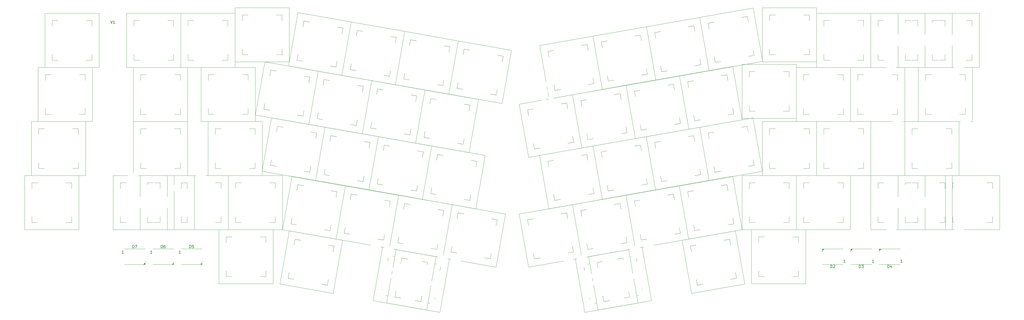
<source format=gbr>
G04 #@! TF.GenerationSoftware,KiCad,Pcbnew,(5.99.0-2612-g32a7d0025-dirty)*
G04 #@! TF.CreationDate,2020-08-15T16:38:39+02:00*
G04 #@! TF.ProjectId,BMEK_Solder,424d454b-5f53-46f6-9c64-65722e6b6963,1*
G04 #@! TF.SameCoordinates,Original*
G04 #@! TF.FileFunction,Legend,Top*
G04 #@! TF.FilePolarity,Positive*
%FSLAX46Y46*%
G04 Gerber Fmt 4.6, Leading zero omitted, Abs format (unit mm)*
G04 Created by KiCad (PCBNEW (5.99.0-2612-g32a7d0025-dirty)) date 2020-08-15 16:38:39*
%MOMM*%
%LPD*%
G01*
G04 APERTURE LIST*
%ADD10C,0.150000*%
%ADD11C,0.120000*%
%ADD12C,0.100000*%
%ADD13C,2.250000*%
%ADD14C,3.987800*%
%ADD15C,1.750000*%
%ADD16C,3.348000*%
%ADD17C,4.287800*%
%ADD18R,1.500000X1.000000*%
%ADD19C,3.800000*%
%ADD20C,6.500000*%
%ADD21C,5.350000*%
%ADD22C,9.000000*%
%ADD23O,1.000000X1.600000*%
%ADD24O,1.000000X2.100000*%
%ADD25C,0.650000*%
G04 APERTURE END LIST*
D10*
X57721904Y-101092380D02*
X57721904Y-100092380D01*
X57960000Y-100092380D01*
X58102857Y-100140000D01*
X58198095Y-100235238D01*
X58245714Y-100330476D01*
X58293333Y-100520952D01*
X58293333Y-100663809D01*
X58245714Y-100854285D01*
X58198095Y-100949523D01*
X58102857Y-101044761D01*
X57960000Y-101092380D01*
X57721904Y-101092380D01*
X58626666Y-100092380D02*
X59293333Y-100092380D01*
X58864761Y-101092380D01*
X54595714Y-102992380D02*
X54024285Y-102992380D01*
X54310000Y-102992380D02*
X54310000Y-101992380D01*
X54214761Y-102135238D01*
X54119523Y-102230476D01*
X54024285Y-102278095D01*
X302974404Y-108092380D02*
X302974404Y-107092380D01*
X303212500Y-107092380D01*
X303355357Y-107140000D01*
X303450595Y-107235238D01*
X303498214Y-107330476D01*
X303545833Y-107520952D01*
X303545833Y-107663809D01*
X303498214Y-107854285D01*
X303450595Y-107949523D01*
X303355357Y-108044761D01*
X303212500Y-108092380D01*
X302974404Y-108092380D01*
X303926785Y-107187619D02*
X303974404Y-107140000D01*
X304069642Y-107092380D01*
X304307738Y-107092380D01*
X304402976Y-107140000D01*
X304450595Y-107187619D01*
X304498214Y-107282857D01*
X304498214Y-107378095D01*
X304450595Y-107520952D01*
X303879166Y-108092380D01*
X304498214Y-108092380D01*
X308148214Y-106192380D02*
X307576785Y-106192380D01*
X307862500Y-106192380D02*
X307862500Y-105192380D01*
X307767261Y-105335238D01*
X307672023Y-105430476D01*
X307576785Y-105478095D01*
X77721904Y-101092380D02*
X77721904Y-100092380D01*
X77960000Y-100092380D01*
X78102857Y-100140000D01*
X78198095Y-100235238D01*
X78245714Y-100330476D01*
X78293333Y-100520952D01*
X78293333Y-100663809D01*
X78245714Y-100854285D01*
X78198095Y-100949523D01*
X78102857Y-101044761D01*
X77960000Y-101092380D01*
X77721904Y-101092380D01*
X79198095Y-100092380D02*
X78721904Y-100092380D01*
X78674285Y-100568571D01*
X78721904Y-100520952D01*
X78817142Y-100473333D01*
X79055238Y-100473333D01*
X79150476Y-100520952D01*
X79198095Y-100568571D01*
X79245714Y-100663809D01*
X79245714Y-100901904D01*
X79198095Y-100997142D01*
X79150476Y-101044761D01*
X79055238Y-101092380D01*
X78817142Y-101092380D01*
X78721904Y-101044761D01*
X78674285Y-100997142D01*
X74595714Y-102992380D02*
X74024285Y-102992380D01*
X74310000Y-102992380D02*
X74310000Y-101992380D01*
X74214761Y-102135238D01*
X74119523Y-102230476D01*
X74024285Y-102278095D01*
X322974404Y-108092380D02*
X322974404Y-107092380D01*
X323212500Y-107092380D01*
X323355357Y-107140000D01*
X323450595Y-107235238D01*
X323498214Y-107330476D01*
X323545833Y-107520952D01*
X323545833Y-107663809D01*
X323498214Y-107854285D01*
X323450595Y-107949523D01*
X323355357Y-108044761D01*
X323212500Y-108092380D01*
X322974404Y-108092380D01*
X324402976Y-107425714D02*
X324402976Y-108092380D01*
X324164880Y-107044761D02*
X323926785Y-107759047D01*
X324545833Y-107759047D01*
X328148214Y-106192380D02*
X327576785Y-106192380D01*
X327862500Y-106192380D02*
X327862500Y-105192380D01*
X327767261Y-105335238D01*
X327672023Y-105430476D01*
X327576785Y-105478095D01*
X312974404Y-108092380D02*
X312974404Y-107092380D01*
X313212500Y-107092380D01*
X313355357Y-107140000D01*
X313450595Y-107235238D01*
X313498214Y-107330476D01*
X313545833Y-107520952D01*
X313545833Y-107663809D01*
X313498214Y-107854285D01*
X313450595Y-107949523D01*
X313355357Y-108044761D01*
X313212500Y-108092380D01*
X312974404Y-108092380D01*
X313879166Y-107092380D02*
X314498214Y-107092380D01*
X314164880Y-107473333D01*
X314307738Y-107473333D01*
X314402976Y-107520952D01*
X314450595Y-107568571D01*
X314498214Y-107663809D01*
X314498214Y-107901904D01*
X314450595Y-107997142D01*
X314402976Y-108044761D01*
X314307738Y-108092380D01*
X314022023Y-108092380D01*
X313926785Y-108044761D01*
X313879166Y-107997142D01*
X318148214Y-106192380D02*
X317576785Y-106192380D01*
X317862500Y-106192380D02*
X317862500Y-105192380D01*
X317767261Y-105335238D01*
X317672023Y-105430476D01*
X317576785Y-105478095D01*
X49990476Y-21042380D02*
X50323809Y-22042380D01*
X50657142Y-21042380D01*
X51514285Y-22042380D02*
X50942857Y-22042380D01*
X51228571Y-22042380D02*
X51228571Y-21042380D01*
X51133333Y-21185238D01*
X51038095Y-21280476D01*
X50942857Y-21328095D01*
X67721904Y-101092380D02*
X67721904Y-100092380D01*
X67960000Y-100092380D01*
X68102857Y-100140000D01*
X68198095Y-100235238D01*
X68245714Y-100330476D01*
X68293333Y-100520952D01*
X68293333Y-100663809D01*
X68245714Y-100854285D01*
X68198095Y-100949523D01*
X68102857Y-101044761D01*
X67960000Y-101092380D01*
X67721904Y-101092380D01*
X69150476Y-100092380D02*
X68960000Y-100092380D01*
X68864761Y-100140000D01*
X68817142Y-100187619D01*
X68721904Y-100330476D01*
X68674285Y-100520952D01*
X68674285Y-100901904D01*
X68721904Y-100997142D01*
X68769523Y-101044761D01*
X68864761Y-101092380D01*
X69055238Y-101092380D01*
X69150476Y-101044761D01*
X69198095Y-100997142D01*
X69245714Y-100901904D01*
X69245714Y-100663809D01*
X69198095Y-100568571D01*
X69150476Y-100520952D01*
X69055238Y-100473333D01*
X68864761Y-100473333D01*
X68769523Y-100520952D01*
X68721904Y-100568571D01*
X68674285Y-100663809D01*
X64595714Y-102992380D02*
X64024285Y-102992380D01*
X64310000Y-102992380D02*
X64310000Y-101992380D01*
X64214761Y-102135238D01*
X64119523Y-102230476D01*
X64024285Y-102278095D01*
D11*
X175898845Y-67479792D02*
X157138257Y-64171794D01*
X174263235Y-50426696D02*
X176264365Y-50779549D01*
X160433588Y-60110319D02*
X160080735Y-62111449D01*
X160080735Y-62111449D02*
X162081865Y-62464302D01*
X162153747Y-50354814D02*
X162506600Y-48353684D01*
X173838500Y-64537314D02*
X174191353Y-62536184D01*
X162506600Y-48353684D02*
X164507730Y-48706537D01*
X171837370Y-64184461D02*
X173838500Y-64537314D01*
X176264365Y-50779549D02*
X175911512Y-52780679D01*
X157138257Y-64171794D02*
X160446255Y-45411206D01*
X179206843Y-48719204D02*
X175898845Y-67479792D01*
X160446255Y-45411206D02*
X179206843Y-48719204D01*
X38834552Y-94615000D02*
X19784552Y-94615000D01*
X34262552Y-78105000D02*
X36294552Y-78105000D01*
X22324552Y-90043000D02*
X22324552Y-92075000D01*
X22324552Y-92075000D02*
X24356552Y-92075000D01*
X22324552Y-80137000D02*
X22324552Y-78105000D01*
X36294552Y-92075000D02*
X36294552Y-90043000D01*
X22324552Y-78105000D02*
X24356552Y-78105000D01*
X34262552Y-92075000D02*
X36294552Y-92075000D01*
X36294552Y-78105000D02*
X36294552Y-80137000D01*
X19784552Y-94615000D02*
X19784552Y-75565000D01*
X38834552Y-75565000D02*
X38834552Y-94615000D01*
X19784552Y-75565000D02*
X38834552Y-75565000D01*
X241473743Y-80626294D02*
X222713155Y-83934292D01*
X234104270Y-65161037D02*
X236105400Y-64808184D01*
X224420647Y-78990684D02*
X224773500Y-80991814D01*
X224773500Y-80991814D02*
X226774630Y-80638961D01*
X222700488Y-69235179D02*
X222347635Y-67234049D01*
X238531265Y-78565949D02*
X238178412Y-76564819D01*
X222347635Y-67234049D02*
X224348765Y-66881196D01*
X236530135Y-78918802D02*
X238531265Y-78565949D01*
X236105400Y-64808184D02*
X236458253Y-66809314D01*
X222713155Y-83934292D02*
X219405157Y-65173704D01*
X238165745Y-61865706D02*
X241473743Y-80626294D01*
X219405157Y-65173704D02*
X238165745Y-61865706D01*
X168769345Y-46878793D02*
X150008757Y-43570795D01*
X167133735Y-29825697D02*
X169134865Y-30178550D01*
X153304088Y-39509320D02*
X152951235Y-41510450D01*
X152951235Y-41510450D02*
X154952365Y-41863303D01*
X155024247Y-29753815D02*
X155377100Y-27752685D01*
X166709000Y-43936315D02*
X167061853Y-41935185D01*
X155377100Y-27752685D02*
X157378230Y-28105538D01*
X164707870Y-43583462D02*
X166709000Y-43936315D01*
X169134865Y-30178550D02*
X168782012Y-32179680D01*
X150008757Y-43570795D02*
X153316755Y-24810207D01*
X172077343Y-28118205D02*
X168769345Y-46878793D01*
X153316755Y-24810207D02*
X172077343Y-28118205D01*
X215582743Y-65847695D02*
X196822155Y-69155693D01*
X208213270Y-50382438D02*
X210214400Y-50029585D01*
X198529647Y-64212085D02*
X198882500Y-66213215D01*
X198882500Y-66213215D02*
X200883630Y-65860362D01*
X196809488Y-54456580D02*
X196456635Y-52455450D01*
X212640265Y-63787350D02*
X212287412Y-61786220D01*
X196456635Y-52455450D02*
X198457765Y-52102597D01*
X210639135Y-64140203D02*
X212640265Y-63787350D01*
X210214400Y-50029585D02*
X210567253Y-52030715D01*
X196822155Y-69155693D02*
X193514157Y-50395105D01*
X212274745Y-47087107D02*
X215582743Y-65847695D01*
X193514157Y-50395105D02*
X212274745Y-47087107D01*
X234323343Y-101230994D02*
X215562755Y-104538992D01*
X226953870Y-85765737D02*
X228955000Y-85412884D01*
X217270247Y-99595384D02*
X217623100Y-101596514D01*
X217623100Y-101596514D02*
X219624230Y-101243661D01*
X215550088Y-89839879D02*
X215197235Y-87838749D01*
X231380865Y-99170649D02*
X231028012Y-97169519D01*
X215197235Y-87838749D02*
X217198365Y-87485896D01*
X229379735Y-99523502D02*
X231380865Y-99170649D01*
X228955000Y-85412884D02*
X229307853Y-87414014D01*
X215562755Y-104538992D02*
X212254757Y-85778404D01*
X231015345Y-82470406D02*
X234323343Y-101230994D01*
X212254757Y-85778404D02*
X231015345Y-82470406D01*
X128178795Y-117097093D02*
X109418207Y-113789095D01*
X126543185Y-100043997D02*
X128544315Y-100396850D01*
X112713538Y-109727620D02*
X112360685Y-111728750D01*
X112360685Y-111728750D02*
X114361815Y-112081603D01*
X114433697Y-99972115D02*
X114786550Y-97970985D01*
X126118450Y-114154615D02*
X126471303Y-112153485D01*
X114786550Y-97970985D02*
X116787680Y-98323838D01*
X124117320Y-113801762D02*
X126118450Y-114154615D01*
X128544315Y-100396850D02*
X128191462Y-102397980D01*
X109418207Y-113789095D02*
X112726205Y-95028507D01*
X131486793Y-98336505D02*
X128178795Y-117097093D01*
X112726205Y-95028507D02*
X131486793Y-98336505D01*
X147902345Y-101230993D02*
X129141757Y-97922995D01*
X146266735Y-84177897D02*
X148267865Y-84530750D01*
X132437088Y-93861520D02*
X132084235Y-95862650D01*
X132084235Y-95862650D02*
X134085365Y-96215503D01*
X134157247Y-84106015D02*
X134510100Y-82104885D01*
X145842000Y-98288515D02*
X146194853Y-96287385D01*
X134510100Y-82104885D02*
X136511230Y-82457738D01*
X143840870Y-97935662D02*
X145842000Y-98288515D01*
X148267865Y-84530750D02*
X147915012Y-86531880D01*
X129141757Y-97922995D02*
X132449755Y-79162407D01*
X151210343Y-82470405D02*
X147902345Y-101230993D01*
X132449755Y-79162407D02*
X151210343Y-82470405D01*
X298038050Y-35524800D02*
X278988050Y-35524800D01*
X293466050Y-19014800D02*
X295498050Y-19014800D01*
X281528050Y-30952800D02*
X281528050Y-32984800D01*
X281528050Y-32984800D02*
X283560050Y-32984800D01*
X281528050Y-21046800D02*
X281528050Y-19014800D01*
X295498050Y-32984800D02*
X295498050Y-30952800D01*
X281528050Y-19014800D02*
X283560050Y-19014800D01*
X293466050Y-32984800D02*
X295498050Y-32984800D01*
X295498050Y-19014800D02*
X295498050Y-21046800D01*
X278988050Y-35524800D02*
X278988050Y-16474800D01*
X298038050Y-16474800D02*
X298038050Y-35524800D01*
X278988050Y-16474800D02*
X298038050Y-16474800D01*
X355188051Y-37465000D02*
X336138051Y-37465000D01*
X350616051Y-20955000D02*
X352648051Y-20955000D01*
X338678051Y-32893000D02*
X338678051Y-34925000D01*
X338678051Y-34925000D02*
X340710051Y-34925000D01*
X338678051Y-22987000D02*
X338678051Y-20955000D01*
X352648051Y-34925000D02*
X352648051Y-32893000D01*
X338678051Y-20955000D02*
X340710051Y-20955000D01*
X350616051Y-34925000D02*
X352648051Y-34925000D01*
X352648051Y-20955000D02*
X352648051Y-22987000D01*
X336138051Y-37465000D02*
X336138051Y-18415000D01*
X355188051Y-18415000D02*
X355188051Y-37465000D01*
X336138051Y-18415000D02*
X355188051Y-18415000D01*
X336138250Y-94615000D02*
X317088250Y-94615000D01*
X331566250Y-78105000D02*
X333598250Y-78105000D01*
X319628250Y-90043000D02*
X319628250Y-92075000D01*
X319628250Y-92075000D02*
X321660250Y-92075000D01*
X319628250Y-80137000D02*
X319628250Y-78105000D01*
X333598250Y-92075000D02*
X333598250Y-90043000D01*
X319628250Y-78105000D02*
X321660250Y-78105000D01*
X331566250Y-92075000D02*
X333598250Y-92075000D01*
X333598250Y-78105000D02*
X333598250Y-80137000D01*
X317088250Y-94615000D02*
X317088250Y-75565000D01*
X336138250Y-75565000D02*
X336138250Y-94615000D01*
X317088250Y-75565000D02*
X336138250Y-75565000D01*
X272807393Y-113789094D02*
X254046805Y-117097092D01*
X265437920Y-98323837D02*
X267439050Y-97970984D01*
X255754297Y-112153484D02*
X256107150Y-114154614D01*
X256107150Y-114154614D02*
X258108280Y-113801761D01*
X254034138Y-102397979D02*
X253681285Y-100396849D01*
X269864915Y-111728749D02*
X269512062Y-109727619D01*
X253681285Y-100396849D02*
X255682415Y-100043996D01*
X267863785Y-112081602D02*
X269864915Y-111728749D01*
X267439050Y-97970984D02*
X267791903Y-99972114D01*
X254046805Y-117097092D02*
X250738807Y-98336504D01*
X269499395Y-95028506D02*
X272807393Y-113789094D01*
X250738807Y-98336504D02*
X269499395Y-95028506D01*
X129141745Y-97922993D02*
X110381157Y-94614995D01*
X127506135Y-80869897D02*
X129507265Y-81222750D01*
X113676488Y-90553520D02*
X113323635Y-92554650D01*
X113323635Y-92554650D02*
X115324765Y-92907503D01*
X115396647Y-80798015D02*
X115749500Y-78796885D01*
X127081400Y-94980515D02*
X127434253Y-92979385D01*
X115749500Y-78796885D02*
X117750630Y-79149738D01*
X125080270Y-94627662D02*
X127081400Y-94980515D01*
X129507265Y-81222750D02*
X129154412Y-83223880D01*
X110381157Y-94614995D02*
X113689155Y-75854407D01*
X132449743Y-79162405D02*
X129141745Y-97922993D01*
X113689155Y-75854407D02*
X132449743Y-79162405D01*
X241518443Y-41930595D02*
X222757855Y-45238593D01*
X234148970Y-26465338D02*
X236150100Y-26112485D01*
X224465347Y-40294985D02*
X224818200Y-42296115D01*
X224818200Y-42296115D02*
X226819330Y-41943262D01*
X222745188Y-30539480D02*
X222392335Y-28538350D01*
X238575965Y-39870250D02*
X238223112Y-37869120D01*
X222392335Y-28538350D02*
X224393465Y-28185497D01*
X236574835Y-40223103D02*
X238575965Y-39870250D01*
X236150100Y-26112485D02*
X236502953Y-28113615D01*
X222757855Y-45238593D02*
X219449857Y-26478005D01*
X238210445Y-23170007D02*
X241518443Y-41930595D01*
X219449857Y-26478005D02*
X238210445Y-23170007D01*
X317088051Y-37465000D02*
X298038051Y-37465000D01*
X312516051Y-20955000D02*
X314548051Y-20955000D01*
X300578051Y-32893000D02*
X300578051Y-34925000D01*
X300578051Y-34925000D02*
X302610051Y-34925000D01*
X300578051Y-22987000D02*
X300578051Y-20955000D01*
X314548051Y-34925000D02*
X314548051Y-32893000D01*
X300578051Y-20955000D02*
X302610051Y-20955000D01*
X312516051Y-34925000D02*
X314548051Y-34925000D01*
X314548051Y-20955000D02*
X314548051Y-22987000D01*
X298038051Y-37465000D02*
X298038051Y-18415000D01*
X317088051Y-18415000D02*
X317088051Y-37465000D01*
X298038051Y-18415000D02*
X317088051Y-18415000D01*
X290894450Y-94614999D02*
X271844450Y-94614999D01*
X286322450Y-78104999D02*
X288354450Y-78104999D01*
X274384450Y-90042999D02*
X274384450Y-92074999D01*
X274384450Y-92074999D02*
X276416450Y-92074999D01*
X274384450Y-80136999D02*
X274384450Y-78104999D01*
X288354450Y-92074999D02*
X288354450Y-90042999D01*
X274384450Y-78104999D02*
X276416450Y-78104999D01*
X286322450Y-92074999D02*
X288354450Y-92074999D01*
X288354450Y-78104999D02*
X288354450Y-80136999D01*
X271844450Y-94614999D02*
X271844450Y-75564999D01*
X290894450Y-75564999D02*
X290894450Y-94614999D01*
X271844450Y-75564999D02*
X290894450Y-75564999D01*
X260279044Y-38622594D02*
X241518456Y-41930592D01*
X252909571Y-23157337D02*
X254910701Y-22804484D01*
X243225948Y-36986984D02*
X243578801Y-38988114D01*
X243578801Y-38988114D02*
X245579931Y-38635261D01*
X241505789Y-27231479D02*
X241152936Y-25230349D01*
X257336566Y-36562249D02*
X256983713Y-34561119D01*
X241152936Y-25230349D02*
X243154066Y-24877496D01*
X255335436Y-36915102D02*
X257336566Y-36562249D01*
X254910701Y-22804484D02*
X255263554Y-24805614D01*
X241518456Y-41930592D02*
X238210458Y-23170004D01*
X256971046Y-19862006D02*
X260279044Y-38622594D01*
X238210458Y-23170004D02*
X256971046Y-19862006D01*
X222713143Y-83934295D02*
X203952555Y-87242293D01*
X215343670Y-68469038D02*
X217344800Y-68116185D01*
X205660047Y-82298685D02*
X206012900Y-84299815D01*
X206012900Y-84299815D02*
X208014030Y-83946962D01*
X203939888Y-72543180D02*
X203587035Y-70542050D01*
X219770665Y-81873950D02*
X219417812Y-79872820D01*
X203587035Y-70542050D02*
X205588165Y-70189197D01*
X217769535Y-82226803D02*
X219770665Y-81873950D01*
X217344800Y-68116185D02*
X217697653Y-70117315D01*
X203952555Y-87242293D02*
X200644557Y-68481705D01*
X219405145Y-65173707D02*
X222713143Y-83934295D01*
X200644557Y-68481705D02*
X219405145Y-65173707D01*
X317088150Y-75565000D02*
X298038150Y-75565000D01*
X312516150Y-59055000D02*
X314548150Y-59055000D01*
X300578150Y-70993000D02*
X300578150Y-73025000D01*
X300578150Y-73025000D02*
X302610150Y-73025000D01*
X300578150Y-61087000D02*
X300578150Y-59055000D01*
X314548150Y-73025000D02*
X314548150Y-70993000D01*
X300578150Y-59055000D02*
X302610150Y-59055000D01*
X312516150Y-73025000D02*
X314548150Y-73025000D01*
X314548150Y-59055000D02*
X314548150Y-61087000D01*
X298038150Y-75565000D02*
X298038150Y-56515000D01*
X317088150Y-56515000D02*
X317088150Y-75565000D01*
X298038150Y-56515000D02*
X317088150Y-56515000D01*
X215562743Y-104538995D02*
X196802155Y-107846993D01*
X208193270Y-89073738D02*
X210194400Y-88720885D01*
X198509647Y-102903385D02*
X198862500Y-104904515D01*
X198862500Y-104904515D02*
X200863630Y-104551662D01*
X196789488Y-93147880D02*
X196436635Y-91146750D01*
X212620265Y-102478650D02*
X212267412Y-100477520D01*
X196436635Y-91146750D02*
X198437765Y-90793897D01*
X210619135Y-102831503D02*
X212620265Y-102478650D01*
X210194400Y-88720885D02*
X210547253Y-90722015D01*
X196802155Y-107846993D02*
X193494157Y-89086405D01*
X212254745Y-85778407D02*
X215562743Y-104538995D01*
X193494157Y-89086405D02*
X212254745Y-85778407D01*
X290894350Y-55454500D02*
X271844350Y-55454500D01*
X286322350Y-38944500D02*
X288354350Y-38944500D01*
X274384350Y-50882500D02*
X274384350Y-52914500D01*
X274384350Y-52914500D02*
X276416350Y-52914500D01*
X274384350Y-40976500D02*
X274384350Y-38944500D01*
X288354350Y-52914500D02*
X288354350Y-50882500D01*
X274384350Y-38944500D02*
X276416350Y-38944500D01*
X286322350Y-52914500D02*
X288354350Y-52914500D01*
X288354350Y-38944500D02*
X288354350Y-40976500D01*
X271844350Y-55454500D02*
X271844350Y-36404500D01*
X290894350Y-36404500D02*
X290894350Y-55454500D01*
X271844350Y-36404500D02*
X290894350Y-36404500D01*
X348044401Y-75565000D02*
X328994401Y-75565000D01*
X343472401Y-59055000D02*
X345504401Y-59055000D01*
X331534401Y-70993000D02*
X331534401Y-73025000D01*
X331534401Y-73025000D02*
X333566401Y-73025000D01*
X331534401Y-61087000D02*
X331534401Y-59055000D01*
X345504401Y-73025000D02*
X345504401Y-70993000D01*
X331534401Y-59055000D02*
X333566401Y-59055000D01*
X343472401Y-73025000D02*
X345504401Y-73025000D01*
X345504401Y-59055000D02*
X345504401Y-61087000D01*
X328994401Y-75565000D02*
X328994401Y-56515000D01*
X348044401Y-56515000D02*
X348044401Y-75565000D01*
X328994401Y-56515000D02*
X348044401Y-56515000D01*
X309944450Y-94615000D02*
X290894450Y-94615000D01*
X305372450Y-78105000D02*
X307404450Y-78105000D01*
X293434450Y-90043000D02*
X293434450Y-92075000D01*
X293434450Y-92075000D02*
X295466450Y-92075000D01*
X293434450Y-80137000D02*
X293434450Y-78105000D01*
X307404450Y-92075000D02*
X307404450Y-90043000D01*
X293434450Y-78105000D02*
X295466450Y-78105000D01*
X305372450Y-92075000D02*
X307404450Y-92075000D01*
X307404450Y-78105000D02*
X307404450Y-80137000D01*
X290894450Y-94615000D02*
X290894450Y-75565000D01*
X309944450Y-75565000D02*
X309944450Y-94615000D01*
X290894450Y-75565000D02*
X309944450Y-75565000D01*
X294202450Y-113665000D02*
X275152450Y-113665000D01*
X289630450Y-97155000D02*
X291662450Y-97155000D01*
X277692450Y-109093000D02*
X277692450Y-111125000D01*
X277692450Y-111125000D02*
X279724450Y-111125000D01*
X277692450Y-99187000D02*
X277692450Y-97155000D01*
X291662450Y-111125000D02*
X291662450Y-109093000D01*
X277692450Y-97155000D02*
X279724450Y-97155000D01*
X289630450Y-111125000D02*
X291662450Y-111125000D01*
X291662450Y-97155000D02*
X291662450Y-99187000D01*
X275152450Y-113665000D02*
X275152450Y-94615000D01*
X294202450Y-94615000D02*
X294202450Y-113665000D01*
X275152450Y-94615000D02*
X294202450Y-94615000D01*
X234343344Y-62539695D02*
X215582756Y-65847693D01*
X226973871Y-47074438D02*
X228975001Y-46721585D01*
X217290248Y-60904085D02*
X217643101Y-62905215D01*
X217643101Y-62905215D02*
X219644231Y-62552362D01*
X215570089Y-51148580D02*
X215217236Y-49147450D01*
X231400866Y-60479350D02*
X231048013Y-58478220D01*
X215217236Y-49147450D02*
X217218366Y-48794597D01*
X229399736Y-60832203D02*
X231400866Y-60479350D01*
X228975001Y-46721585D02*
X229327854Y-48722715D01*
X215582756Y-65847693D02*
X212274758Y-47087105D01*
X231035346Y-43779107D02*
X234343344Y-62539695D01*
X212274758Y-47087105D02*
X231035346Y-43779107D01*
X100856250Y-56515000D02*
X81806250Y-56515000D01*
X96284250Y-40005000D02*
X98316250Y-40005000D01*
X84346250Y-51943000D02*
X84346250Y-53975000D01*
X84346250Y-53975000D02*
X86378250Y-53975000D01*
X84346250Y-42037000D02*
X84346250Y-40005000D01*
X98316250Y-53975000D02*
X98316250Y-51943000D01*
X84346250Y-40005000D02*
X86378250Y-40005000D01*
X96284250Y-53975000D02*
X98316250Y-53975000D01*
X98316250Y-40005000D02*
X98316250Y-42037000D01*
X81806250Y-56515000D02*
X81806250Y-37465000D01*
X100856250Y-37465000D02*
X100856250Y-56515000D01*
X81806250Y-37465000D02*
X100856250Y-37465000D01*
X271864544Y-55923694D02*
X253103956Y-59231692D01*
X264495071Y-40458437D02*
X266496201Y-40105584D01*
X254811448Y-54288084D02*
X255164301Y-56289214D01*
X255164301Y-56289214D02*
X257165431Y-55936361D01*
X253091289Y-44532579D02*
X252738436Y-42531449D01*
X268922066Y-53863349D02*
X268569213Y-51862219D01*
X252738436Y-42531449D02*
X254739566Y-42178596D01*
X266920936Y-54216202D02*
X268922066Y-53863349D01*
X266496201Y-40105584D02*
X266849054Y-42106714D01*
X253103956Y-59231692D02*
X249795958Y-40471104D01*
X268556546Y-37163106D02*
X271864544Y-55923694D01*
X249795958Y-40471104D02*
X268556546Y-37163106D01*
X279039643Y-35314596D02*
X260279055Y-38622594D01*
X271670170Y-19849339D02*
X273671300Y-19496486D01*
X261986547Y-33678986D02*
X262339400Y-35680116D01*
X262339400Y-35680116D02*
X264340530Y-35327263D01*
X260266388Y-23923481D02*
X259913535Y-21922351D01*
X276097165Y-33254251D02*
X275744312Y-31253121D01*
X259913535Y-21922351D02*
X261914665Y-21569498D01*
X274096035Y-33607104D02*
X276097165Y-33254251D01*
X273671300Y-19496486D02*
X274024153Y-21497616D01*
X260279055Y-38622594D02*
X256971057Y-19862006D01*
X275731645Y-16554008D02*
X279039643Y-35314596D01*
X256971057Y-19862006D02*
X275731645Y-16554008D01*
X79424900Y-94615000D02*
X60374900Y-94615000D01*
X74852900Y-78105000D02*
X76884900Y-78105000D01*
X62914900Y-90043000D02*
X62914900Y-92075000D01*
X62914900Y-92075000D02*
X64946900Y-92075000D01*
X62914900Y-80137000D02*
X62914900Y-78105000D01*
X76884900Y-92075000D02*
X76884900Y-90043000D01*
X62914900Y-78105000D02*
X64946900Y-78105000D01*
X74852900Y-92075000D02*
X76884900Y-92075000D01*
X76884900Y-78105000D02*
X76884900Y-80137000D01*
X60374900Y-94615000D02*
X60374900Y-75565000D01*
X79424900Y-75565000D02*
X79424900Y-94615000D01*
X60374900Y-75565000D02*
X79424900Y-75565000D01*
X41215852Y-75565000D02*
X22165852Y-75565000D01*
X36643852Y-59055000D02*
X38675852Y-59055000D01*
X24705852Y-70993000D02*
X24705852Y-73025000D01*
X24705852Y-73025000D02*
X26737852Y-73025000D01*
X24705852Y-61087000D02*
X24705852Y-59055000D01*
X38675852Y-73025000D02*
X38675852Y-70993000D01*
X24705852Y-59055000D02*
X26737852Y-59055000D01*
X36643852Y-73025000D02*
X38675852Y-73025000D01*
X38675852Y-59055000D02*
X38675852Y-61087000D01*
X22165852Y-75565000D02*
X22165852Y-56515000D01*
X41215852Y-56515000D02*
X41215852Y-75565000D01*
X22165852Y-56515000D02*
X41215852Y-56515000D01*
G36*
X62092200Y-106883200D02*
G01*
X61482600Y-106883200D01*
X62092200Y-106273600D01*
X62092200Y-106883200D01*
G37*
D12*
X62092200Y-106883200D02*
X61482600Y-106883200D01*
X62092200Y-106273600D01*
X62092200Y-106883200D01*
D11*
X62110000Y-106890000D02*
X62110000Y-105740000D01*
X54810000Y-106890000D02*
X62110000Y-106890000D01*
X54810000Y-101390000D02*
X62110000Y-101390000D01*
X43597152Y-56515000D02*
X24547152Y-56515000D01*
X39025152Y-40005000D02*
X41057152Y-40005000D01*
X27087152Y-51943000D02*
X27087152Y-53975000D01*
X27087152Y-53975000D02*
X29119152Y-53975000D01*
X27087152Y-42037000D02*
X27087152Y-40005000D01*
X41057152Y-53975000D02*
X41057152Y-51943000D01*
X27087152Y-40005000D02*
X29119152Y-40005000D01*
X39025152Y-53975000D02*
X41057152Y-53975000D01*
X41057152Y-40005000D02*
X41057152Y-42037000D01*
X24547152Y-56515000D02*
X24547152Y-37465000D01*
X43597152Y-37465000D02*
X43597152Y-56515000D01*
X24547152Y-37465000D02*
X43597152Y-37465000D01*
X253083943Y-97922994D02*
X234323355Y-101230992D01*
X245714470Y-82457737D02*
X247715600Y-82104884D01*
X236030847Y-96287384D02*
X236383700Y-98288514D01*
X236383700Y-98288514D02*
X238384830Y-97935661D01*
X234310688Y-86531879D02*
X233957835Y-84530749D01*
X250141465Y-95862649D02*
X249788612Y-93861519D01*
X233957835Y-84530749D02*
X235958965Y-84177896D01*
X248140335Y-96215502D02*
X250141465Y-95862649D01*
X247715600Y-82104884D02*
X248068453Y-84106014D01*
X234323355Y-101230992D02*
X231015357Y-82470404D01*
X249775945Y-79162406D02*
X253083943Y-97922994D01*
X231015357Y-82470404D02*
X249775945Y-79162406D01*
X328994350Y-56515000D02*
X309944350Y-56515000D01*
X324422350Y-40005000D02*
X326454350Y-40005000D01*
X312484350Y-51943000D02*
X312484350Y-53975000D01*
X312484350Y-53975000D02*
X314516350Y-53975000D01*
X312484350Y-42037000D02*
X312484350Y-40005000D01*
X326454350Y-53975000D02*
X326454350Y-51943000D01*
X312484350Y-40005000D02*
X314516350Y-40005000D01*
X324422350Y-53975000D02*
X326454350Y-53975000D01*
X326454350Y-40005000D02*
X326454350Y-42037000D01*
X309944350Y-56515000D02*
X309944350Y-37465000D01*
X328994350Y-37465000D02*
X328994350Y-56515000D01*
X309944350Y-37465000D02*
X328994350Y-37465000D01*
X345663200Y-94615000D02*
X326613200Y-94615000D01*
X341091200Y-78105000D02*
X343123200Y-78105000D01*
X329153200Y-90043000D02*
X329153200Y-92075000D01*
X329153200Y-92075000D02*
X331185200Y-92075000D01*
X329153200Y-80137000D02*
X329153200Y-78105000D01*
X343123200Y-92075000D02*
X343123200Y-90043000D01*
X329153200Y-78105000D02*
X331185200Y-78105000D01*
X341091200Y-92075000D02*
X343123200Y-92075000D01*
X343123200Y-78105000D02*
X343123200Y-80137000D01*
X326613200Y-94615000D02*
X326613200Y-75565000D01*
X345663200Y-75565000D02*
X345663200Y-94615000D01*
X326613200Y-75565000D02*
X345663200Y-75565000D01*
X103237450Y-75565000D02*
X84187450Y-75565000D01*
X98665450Y-59055000D02*
X100697450Y-59055000D01*
X86727450Y-70993000D02*
X86727450Y-73025000D01*
X86727450Y-73025000D02*
X88759450Y-73025000D01*
X86727450Y-61087000D02*
X86727450Y-59055000D01*
X100697450Y-73025000D02*
X100697450Y-70993000D01*
X86727450Y-59055000D02*
X88759450Y-59055000D01*
X98665450Y-73025000D02*
X100697450Y-73025000D01*
X100697450Y-59055000D02*
X100697450Y-61087000D01*
X84187450Y-75565000D02*
X84187450Y-56515000D01*
X103237450Y-56515000D02*
X103237450Y-75565000D01*
X84187450Y-56515000D02*
X103237450Y-56515000D01*
X110381150Y-94615000D02*
X91331150Y-94615000D01*
X105809150Y-78105000D02*
X107841150Y-78105000D01*
X93871150Y-90043000D02*
X93871150Y-92075000D01*
X93871150Y-92075000D02*
X95903150Y-92075000D01*
X93871150Y-80137000D02*
X93871150Y-78105000D01*
X107841150Y-92075000D02*
X107841150Y-90043000D01*
X93871150Y-78105000D02*
X95903150Y-78105000D01*
X105809150Y-92075000D02*
X107841150Y-92075000D01*
X107841150Y-78105000D02*
X107841150Y-80137000D01*
X91331150Y-94615000D02*
X91331150Y-75565000D01*
X110381150Y-75565000D02*
X110381150Y-94615000D01*
X91331150Y-75565000D02*
X110381150Y-75565000D01*
G36*
X300080300Y-102006400D02*
G01*
X300080300Y-101396800D01*
X300689900Y-101396800D01*
X300080300Y-102006400D01*
G37*
D12*
X300080300Y-102006400D02*
X300080300Y-101396800D01*
X300689900Y-101396800D01*
X300080300Y-102006400D01*
D11*
X300062500Y-101390000D02*
X300062500Y-102540000D01*
X307362500Y-101390000D02*
X300062500Y-101390000D01*
X307362500Y-106890000D02*
X300062500Y-106890000D01*
X107073150Y-113665000D02*
X88023150Y-113665000D01*
X102501150Y-97155000D02*
X104533150Y-97155000D01*
X90563150Y-109093000D02*
X90563150Y-111125000D01*
X90563150Y-111125000D02*
X92595150Y-111125000D01*
X90563150Y-99187000D02*
X90563150Y-97155000D01*
X104533150Y-111125000D02*
X104533150Y-109093000D01*
X90563150Y-97155000D02*
X92595150Y-97155000D01*
X102501150Y-111125000D02*
X104533150Y-111125000D01*
X104533150Y-97155000D02*
X104533150Y-99187000D01*
X88023150Y-113665000D02*
X88023150Y-94615000D01*
X107073150Y-94615000D02*
X107073150Y-113665000D01*
X88023150Y-94615000D02*
X107073150Y-94615000D01*
X309944350Y-56515000D02*
X290894350Y-56515000D01*
X305372350Y-40005000D02*
X307404350Y-40005000D01*
X293434350Y-51943000D02*
X293434350Y-53975000D01*
X293434350Y-53975000D02*
X295466350Y-53975000D01*
X293434350Y-42037000D02*
X293434350Y-40005000D01*
X307404350Y-53975000D02*
X307404350Y-51943000D01*
X293434350Y-40005000D02*
X295466350Y-40005000D01*
X305372350Y-53975000D02*
X307404350Y-53975000D01*
X307404350Y-40005000D02*
X307404350Y-42037000D01*
X290894350Y-56515000D02*
X290894350Y-37465000D01*
X309944350Y-37465000D02*
X309944350Y-56515000D01*
X290894350Y-37465000D02*
X309944350Y-37465000D01*
X260234343Y-77318295D02*
X241473755Y-80626293D01*
X252864870Y-61853038D02*
X254866000Y-61500185D01*
X243181247Y-75682685D02*
X243534100Y-77683815D01*
X243534100Y-77683815D02*
X245535230Y-77330962D01*
X241461088Y-65927180D02*
X241108235Y-63926050D01*
X257291865Y-75257950D02*
X256939012Y-73256820D01*
X241108235Y-63926050D02*
X243109365Y-63573197D01*
X255290735Y-75610803D02*
X257291865Y-75257950D01*
X254866000Y-61500185D02*
X255218853Y-63501315D01*
X241473755Y-80626293D02*
X238165757Y-61865705D01*
X256926345Y-58557707D02*
X260234343Y-77318295D01*
X238165757Y-61865705D02*
X256926345Y-58557707D01*
G36*
X82092200Y-106883200D02*
G01*
X81482600Y-106883200D01*
X82092200Y-106273600D01*
X82092200Y-106883200D01*
G37*
D12*
X82092200Y-106883200D02*
X81482600Y-106883200D01*
X82092200Y-106273600D01*
X82092200Y-106883200D01*
D11*
X82110000Y-106890000D02*
X82110000Y-105740000D01*
X74810000Y-106890000D02*
X82110000Y-106890000D01*
X74810000Y-101390000D02*
X82110000Y-101390000D01*
G36*
X320080300Y-102006400D02*
G01*
X320080300Y-101396800D01*
X320689900Y-101396800D01*
X320080300Y-102006400D01*
G37*
D12*
X320080300Y-102006400D02*
X320080300Y-101396800D01*
X320689900Y-101396800D01*
X320080300Y-102006400D01*
D11*
X320062500Y-101390000D02*
X320062500Y-102540000D01*
X327362500Y-101390000D02*
X320062500Y-101390000D01*
X327362500Y-106890000D02*
X320062500Y-106890000D01*
X336138051Y-37465000D02*
X317088051Y-37465000D01*
X331566051Y-20955000D02*
X333598051Y-20955000D01*
X319628051Y-32893000D02*
X319628051Y-34925000D01*
X319628051Y-34925000D02*
X321660051Y-34925000D01*
X319628051Y-22987000D02*
X319628051Y-20955000D01*
X333598051Y-34925000D02*
X333598051Y-32893000D01*
X319628051Y-20955000D02*
X321660051Y-20955000D01*
X331566051Y-34925000D02*
X333598051Y-34925000D01*
X333598051Y-20955000D02*
X333598051Y-22987000D01*
X317088051Y-37465000D02*
X317088051Y-18415000D01*
X336138051Y-18415000D02*
X336138051Y-37465000D01*
X317088051Y-18415000D02*
X336138051Y-18415000D01*
X185423545Y-107846993D02*
X166662957Y-104538995D01*
X183787935Y-90793897D02*
X185789065Y-91146750D01*
X169958288Y-100477520D02*
X169605435Y-102478650D01*
X169605435Y-102478650D02*
X171606565Y-102831503D01*
X171678447Y-90722015D02*
X172031300Y-88720885D01*
X183363200Y-104904515D02*
X183716053Y-102903385D01*
X172031300Y-88720885D02*
X174032430Y-89073738D01*
X181362070Y-104551662D02*
X183363200Y-104904515D01*
X185789065Y-91146750D02*
X185436212Y-93147880D01*
X166662957Y-104538995D02*
X169970955Y-85778407D01*
X188731543Y-89086405D02*
X185423545Y-107846993D01*
X169970955Y-85778407D02*
X188731543Y-89086405D01*
X345663051Y-37465000D02*
X326613051Y-37465000D01*
X341091051Y-20955000D02*
X343123051Y-20955000D01*
X329153051Y-32893000D02*
X329153051Y-34925000D01*
X329153051Y-34925000D02*
X331185051Y-34925000D01*
X329153051Y-22987000D02*
X329153051Y-20955000D01*
X343123051Y-34925000D02*
X343123051Y-32893000D01*
X329153051Y-20955000D02*
X331185051Y-20955000D01*
X341091051Y-34925000D02*
X343123051Y-34925000D01*
X343123051Y-20955000D02*
X343123051Y-22987000D01*
X326613051Y-37465000D02*
X326613051Y-18415000D01*
X345663051Y-18415000D02*
X345663051Y-37465000D01*
X326613051Y-18415000D02*
X345663051Y-18415000D01*
X74662551Y-37465000D02*
X55612551Y-37465000D01*
X70090551Y-20955000D02*
X72122551Y-20955000D01*
X58152551Y-32893000D02*
X58152551Y-34925000D01*
X58152551Y-34925000D02*
X60184551Y-34925000D01*
X58152551Y-22987000D02*
X58152551Y-20955000D01*
X72122551Y-34925000D02*
X72122551Y-32893000D01*
X58152551Y-20955000D02*
X60184551Y-20955000D01*
X70090551Y-34925000D02*
X72122551Y-34925000D01*
X72122551Y-20955000D02*
X72122551Y-22987000D01*
X55612551Y-37465000D02*
X55612551Y-18415000D01*
X74662551Y-18415000D02*
X74662551Y-37465000D01*
X55612551Y-18415000D02*
X74662551Y-18415000D01*
X165700046Y-123713093D02*
X146939458Y-120405095D01*
X164064436Y-106659997D02*
X166065566Y-107012850D01*
X150234789Y-116343620D02*
X149881936Y-118344750D01*
X149881936Y-118344750D02*
X151883066Y-118697603D01*
X151954948Y-106588115D02*
X152307801Y-104586985D01*
X163639701Y-120770615D02*
X163992554Y-118769485D01*
X152307801Y-104586985D02*
X154308931Y-104939838D01*
X161638571Y-120417762D02*
X163639701Y-120770615D01*
X166065566Y-107012850D02*
X165712713Y-109013980D01*
X146939458Y-120405095D02*
X150247456Y-101644507D01*
X169008044Y-104952505D02*
X165700046Y-123713093D01*
X150247456Y-101644507D02*
X169008044Y-104952505D01*
X362331950Y-94615000D02*
X343281950Y-94615000D01*
X357759950Y-78105000D02*
X359791950Y-78105000D01*
X345821950Y-90043000D02*
X345821950Y-92075000D01*
X345821950Y-92075000D02*
X347853950Y-92075000D01*
X345821950Y-80137000D02*
X345821950Y-78105000D01*
X359791950Y-92075000D02*
X359791950Y-90043000D01*
X345821950Y-78105000D02*
X347853950Y-78105000D01*
X357759950Y-92075000D02*
X359791950Y-92075000D01*
X359791950Y-78105000D02*
X359791950Y-80137000D01*
X343281950Y-94615000D02*
X343281950Y-75565000D01*
X362331950Y-75565000D02*
X362331950Y-94615000D01*
X343281950Y-75565000D02*
X362331950Y-75565000D01*
X138377645Y-60863793D02*
X119617057Y-57555795D01*
X136742035Y-43810697D02*
X138743165Y-44163550D01*
X122912388Y-53494320D02*
X122559535Y-55495450D01*
X122559535Y-55495450D02*
X124560665Y-55848303D01*
X124632547Y-43738815D02*
X124985400Y-41737685D01*
X136317300Y-57921315D02*
X136670153Y-55920185D01*
X124985400Y-41737685D02*
X126986530Y-42090538D01*
X134316170Y-57568462D02*
X136317300Y-57921315D01*
X138743165Y-44163550D02*
X138390312Y-46164680D01*
X119617057Y-57555795D02*
X122925055Y-38795207D01*
X141685643Y-42103205D02*
X138377645Y-60863793D01*
X122925055Y-38795207D02*
X141685643Y-42103205D01*
X140733845Y-80623093D02*
X121973257Y-77315095D01*
X139098235Y-63569997D02*
X141099365Y-63922850D01*
X125268588Y-73253620D02*
X124915735Y-75254750D01*
X124915735Y-75254750D02*
X126916865Y-75607603D01*
X126988747Y-63498115D02*
X127341600Y-61496985D01*
X138673500Y-77680615D02*
X139026353Y-75679485D01*
X127341600Y-61496985D02*
X129342730Y-61849838D01*
X136672370Y-77327762D02*
X138673500Y-77680615D01*
X141099365Y-63922850D02*
X140746512Y-65923980D01*
X121973257Y-77315095D02*
X125281255Y-58554507D01*
X144041843Y-61862505D02*
X140733845Y-80623093D01*
X125281255Y-58554507D02*
X144041843Y-61862505D01*
X157138245Y-64171793D02*
X138377657Y-60863795D01*
X155502635Y-47118697D02*
X157503765Y-47471550D01*
X141672988Y-56802320D02*
X141320135Y-58803450D01*
X141320135Y-58803450D02*
X143321265Y-59156303D01*
X143393147Y-47046815D02*
X143746000Y-45045685D01*
X155077900Y-61229315D02*
X155430753Y-59228185D01*
X143746000Y-45045685D02*
X145747130Y-45398538D01*
X153076770Y-60876462D02*
X155077900Y-61229315D01*
X157503765Y-47471550D02*
X157150912Y-49472680D01*
X138377657Y-60863795D02*
X141685655Y-42103207D01*
X160446243Y-45411205D02*
X157138245Y-64171793D01*
X141685655Y-42103207D02*
X160446243Y-45411205D01*
X235286294Y-120405095D02*
X216525706Y-123713093D01*
X227916821Y-104939838D02*
X229917951Y-104586985D01*
X218233198Y-118769485D02*
X218586051Y-120770615D01*
X218586051Y-120770615D02*
X220587181Y-120417762D01*
X216513039Y-109013980D02*
X216160186Y-107012850D01*
X232343816Y-118344750D02*
X231990963Y-116343620D01*
X216160186Y-107012850D02*
X218161316Y-106659997D01*
X230342686Y-118697603D02*
X232343816Y-118344750D01*
X229917951Y-104586985D02*
X230270804Y-106588115D01*
X216525706Y-123713093D02*
X213217708Y-104952505D01*
X231978296Y-101644507D02*
X235286294Y-120405095D01*
X213217708Y-104952505D02*
X231978296Y-101644507D01*
X166662945Y-104538993D02*
X147902357Y-101230995D01*
X165027335Y-87485897D02*
X167028465Y-87838750D01*
X151197688Y-97169520D02*
X150844835Y-99170650D01*
X150844835Y-99170650D02*
X152845965Y-99523503D01*
X152917847Y-87414015D02*
X153270700Y-85412885D01*
X164602600Y-101596515D02*
X164955453Y-99595385D01*
X153270700Y-85412885D02*
X155271830Y-85765738D01*
X162601470Y-101243662D02*
X164602600Y-101596515D01*
X167028465Y-87838750D02*
X166675612Y-89839880D01*
X147902357Y-101230995D02*
X151210355Y-82470407D01*
X169970943Y-85778405D02*
X166662945Y-104538993D01*
X151210355Y-82470407D02*
X169970943Y-85778405D01*
X278994943Y-74010294D02*
X260234355Y-77318292D01*
X271625470Y-58545037D02*
X273626600Y-58192184D01*
X261941847Y-72374684D02*
X262294700Y-74375814D01*
X262294700Y-74375814D02*
X264295830Y-74022961D01*
X260221688Y-62619179D02*
X259868835Y-60618049D01*
X276052465Y-71949949D02*
X275699612Y-69948819D01*
X259868835Y-60618049D02*
X261869965Y-60265196D01*
X274051335Y-72302802D02*
X276052465Y-71949949D01*
X273626600Y-58192184D02*
X273979453Y-60193314D01*
X260234355Y-77318292D02*
X256926357Y-58557704D01*
X275686945Y-55249706D02*
X278994943Y-74010294D01*
X256926357Y-58557704D02*
X275686945Y-55249706D01*
X131248146Y-40262793D02*
X112487558Y-36954795D01*
X129612536Y-23209697D02*
X131613666Y-23562550D01*
X115782889Y-32893320D02*
X115430036Y-34894450D01*
X115430036Y-34894450D02*
X117431166Y-35247303D01*
X117503048Y-23137815D02*
X117855901Y-21136685D01*
X129187801Y-37320315D02*
X129540654Y-35319185D01*
X117855901Y-21136685D02*
X119857031Y-21489538D01*
X127186671Y-36967462D02*
X129187801Y-37320315D01*
X131613666Y-23562550D02*
X131260813Y-25563680D01*
X112487558Y-36954795D02*
X115795556Y-18194207D01*
X134556144Y-21502205D02*
X131248146Y-40262793D01*
X115795556Y-18194207D02*
X134556144Y-21502205D01*
G36*
X310080300Y-102006400D02*
G01*
X310080300Y-101396800D01*
X310689900Y-101396800D01*
X310080300Y-102006400D01*
G37*
D12*
X310080300Y-102006400D02*
X310080300Y-101396800D01*
X310689900Y-101396800D01*
X310080300Y-102006400D01*
D11*
X310062500Y-101390000D02*
X310062500Y-102540000D01*
X317362500Y-101390000D02*
X310062500Y-101390000D01*
X317362500Y-106890000D02*
X310062500Y-106890000D01*
X161009899Y-122886093D02*
X142249311Y-119578095D01*
X159374289Y-105832997D02*
X161375419Y-106185850D01*
X145544642Y-115516620D02*
X145191789Y-117517750D01*
X145191789Y-117517750D02*
X147192919Y-117870603D01*
X147264801Y-105761115D02*
X147617654Y-103759985D01*
X158949554Y-119943615D02*
X159302407Y-117942485D01*
X147617654Y-103759985D02*
X149618784Y-104112838D01*
X156948424Y-119590762D02*
X158949554Y-119943615D01*
X161375419Y-106185850D02*
X161022566Y-108186980D01*
X142249311Y-119578095D02*
X145557309Y-100817507D01*
X164317897Y-104125505D02*
X161009899Y-122886093D01*
X145557309Y-100817507D02*
X164317897Y-104125505D01*
X77043750Y-75565000D02*
X57993750Y-75565000D01*
X72471750Y-59055000D02*
X74503750Y-59055000D01*
X60533750Y-70993000D02*
X60533750Y-73025000D01*
X60533750Y-73025000D02*
X62565750Y-73025000D01*
X60533750Y-61087000D02*
X60533750Y-59055000D01*
X74503750Y-73025000D02*
X74503750Y-70993000D01*
X60533750Y-59055000D02*
X62565750Y-59055000D01*
X72471750Y-73025000D02*
X74503750Y-73025000D01*
X74503750Y-59055000D02*
X74503750Y-61087000D01*
X57993750Y-75565000D02*
X57993750Y-56515000D01*
X77043750Y-56515000D02*
X77043750Y-75565000D01*
X57993750Y-56515000D02*
X77043750Y-56515000D01*
X112762551Y-35524801D02*
X93712551Y-35524801D01*
X108190551Y-19014801D02*
X110222551Y-19014801D01*
X96252551Y-30952801D02*
X96252551Y-32984801D01*
X96252551Y-32984801D02*
X98284551Y-32984801D01*
X96252551Y-21046801D02*
X96252551Y-19014801D01*
X110222551Y-32984801D02*
X110222551Y-30952801D01*
X96252551Y-19014801D02*
X98284551Y-19014801D01*
X108190551Y-32984801D02*
X110222551Y-32984801D01*
X110222551Y-19014801D02*
X110222551Y-21046801D01*
X93712551Y-35524801D02*
X93712551Y-16474801D01*
X112762551Y-16474801D02*
X112762551Y-35524801D01*
X93712551Y-16474801D02*
X112762551Y-16474801D01*
X121973245Y-77315093D02*
X103212657Y-74007095D01*
X120337635Y-60261997D02*
X122338765Y-60614850D01*
X106507988Y-69945620D02*
X106155135Y-71946750D01*
X106155135Y-71946750D02*
X108156265Y-72299603D01*
X108228147Y-60190115D02*
X108581000Y-58188985D01*
X119912900Y-74372615D02*
X120265753Y-72371485D01*
X108581000Y-58188985D02*
X110582130Y-58541838D01*
X117911770Y-74019762D02*
X119912900Y-74372615D01*
X122338765Y-60614850D02*
X121985912Y-62615980D01*
X103212657Y-74007095D02*
X106520655Y-55246507D01*
X125281243Y-58554505D02*
X121973245Y-77315093D01*
X106520655Y-55246507D02*
X125281243Y-58554505D01*
X178255045Y-87239093D02*
X159494457Y-83931095D01*
X176619435Y-70185997D02*
X178620565Y-70538850D01*
X162789788Y-79869620D02*
X162436935Y-81870750D01*
X162436935Y-81870750D02*
X164438065Y-82223603D01*
X164509947Y-70114115D02*
X164862800Y-68112985D01*
X176194700Y-84296615D02*
X176547553Y-82295485D01*
X164862800Y-68112985D02*
X166863930Y-68465838D01*
X174193570Y-83943762D02*
X176194700Y-84296615D01*
X178620565Y-70538850D02*
X178267712Y-72539980D01*
X159494457Y-83931095D02*
X162802455Y-65170507D01*
X181563043Y-68478505D02*
X178255045Y-87239093D01*
X162802455Y-65170507D02*
X181563043Y-68478505D01*
X239976440Y-119578095D02*
X221215852Y-122886093D01*
X232606967Y-104112838D02*
X234608097Y-103759985D01*
X222923344Y-117942485D02*
X223276197Y-119943615D01*
X223276197Y-119943615D02*
X225277327Y-119590762D01*
X221203185Y-108186980D02*
X220850332Y-106185850D01*
X237033962Y-117517750D02*
X236681109Y-115516620D01*
X220850332Y-106185850D02*
X222851462Y-105832997D01*
X235032832Y-117870603D02*
X237033962Y-117517750D01*
X234608097Y-103759985D02*
X234960950Y-105761115D01*
X221215852Y-122886093D02*
X217907854Y-104125505D01*
X236668442Y-100817507D02*
X239976440Y-119578095D01*
X217907854Y-104125505D02*
X236668442Y-100817507D01*
X77043750Y-56515000D02*
X57993750Y-56515000D01*
X72471750Y-40005000D02*
X74503750Y-40005000D01*
X60533750Y-51943000D02*
X60533750Y-53975000D01*
X60533750Y-53975000D02*
X62565750Y-53975000D01*
X60533750Y-42037000D02*
X60533750Y-40005000D01*
X74503750Y-53975000D02*
X74503750Y-51943000D01*
X60533750Y-40005000D02*
X62565750Y-40005000D01*
X72471750Y-53975000D02*
X74503750Y-53975000D01*
X74503750Y-40005000D02*
X74503750Y-42037000D01*
X57993750Y-56515000D02*
X57993750Y-37465000D01*
X77043750Y-37465000D02*
X77043750Y-56515000D01*
X57993750Y-37465000D02*
X77043750Y-37465000D01*
X45978451Y-37465000D02*
X26928451Y-37465000D01*
X41406451Y-20955000D02*
X43438451Y-20955000D01*
X29468451Y-32893000D02*
X29468451Y-34925000D01*
X29468451Y-34925000D02*
X31500451Y-34925000D01*
X29468451Y-22987000D02*
X29468451Y-20955000D01*
X43438451Y-34925000D02*
X43438451Y-32893000D01*
X29468451Y-20955000D02*
X31500451Y-20955000D01*
X41406451Y-34925000D02*
X43438451Y-34925000D01*
X43438451Y-20955000D02*
X43438451Y-22987000D01*
X26928451Y-37465000D02*
X26928451Y-18415000D01*
X45978451Y-18415000D02*
X45978451Y-37465000D01*
X26928451Y-18415000D02*
X45978451Y-18415000D01*
X69900000Y-94615000D02*
X50850000Y-94615000D01*
X65328000Y-78105000D02*
X67360000Y-78105000D01*
X53390000Y-90043000D02*
X53390000Y-92075000D01*
X53390000Y-92075000D02*
X55422000Y-92075000D01*
X53390000Y-80137000D02*
X53390000Y-78105000D01*
X67360000Y-92075000D02*
X67360000Y-90043000D01*
X53390000Y-78105000D02*
X55422000Y-78105000D01*
X65328000Y-92075000D02*
X67360000Y-92075000D01*
X67360000Y-78105000D02*
X67360000Y-80137000D01*
X50850000Y-94615000D02*
X50850000Y-75565000D01*
X69900000Y-75565000D02*
X69900000Y-94615000D01*
X50850000Y-75565000D02*
X69900000Y-75565000D01*
X222757844Y-45238595D02*
X203997256Y-48546593D01*
X215388371Y-29773338D02*
X217389501Y-29420485D01*
X205704748Y-43602985D02*
X206057601Y-45604115D01*
X206057601Y-45604115D02*
X208058731Y-45251262D01*
X203984589Y-33847480D02*
X203631736Y-31846350D01*
X219815366Y-43178250D02*
X219462513Y-41177120D01*
X203631736Y-31846350D02*
X205632866Y-31493497D01*
X217814236Y-43531103D02*
X219815366Y-43178250D01*
X217389501Y-29420485D02*
X217742354Y-31421615D01*
X203997256Y-48546593D02*
X200689258Y-29786005D01*
X219449846Y-26478007D02*
X222757844Y-45238595D01*
X200689258Y-29786005D02*
X219449846Y-26478007D01*
X150008746Y-43570793D02*
X131248158Y-40262795D01*
X148373136Y-26517697D02*
X150374266Y-26870550D01*
X134543489Y-36201320D02*
X134190636Y-38202450D01*
X134190636Y-38202450D02*
X136191766Y-38555303D01*
X136263648Y-26445815D02*
X136616501Y-24444685D01*
X147948401Y-40628315D02*
X148301254Y-38627185D01*
X136616501Y-24444685D02*
X138617631Y-24797538D01*
X145947271Y-40275462D02*
X147948401Y-40628315D01*
X150374266Y-26870550D02*
X150021413Y-28871680D01*
X131248158Y-40262795D02*
X134556156Y-21502207D01*
X153316744Y-24810205D02*
X150008746Y-43570793D01*
X134556156Y-21502207D02*
X153316744Y-24810205D01*
X119617070Y-57555793D02*
X100856482Y-54247795D01*
X117981460Y-40502697D02*
X119982590Y-40855550D01*
X104151813Y-50186320D02*
X103798960Y-52187450D01*
X103798960Y-52187450D02*
X105800090Y-52540303D01*
X105871972Y-40430815D02*
X106224825Y-38429685D01*
X117556725Y-54613315D02*
X117909578Y-52612185D01*
X106224825Y-38429685D02*
X108225955Y-38782538D01*
X115555595Y-54260462D02*
X117556725Y-54613315D01*
X119982590Y-40855550D02*
X119629737Y-42856680D01*
X100856482Y-54247795D02*
X104164480Y-35487207D01*
X122925068Y-38795205D02*
X119617070Y-57555793D01*
X104164480Y-35487207D02*
X122925068Y-38795205D01*
X159494445Y-83931093D02*
X140733857Y-80623095D01*
X157858835Y-66877997D02*
X159859965Y-67230850D01*
X144029188Y-76561620D02*
X143676335Y-78562750D01*
X143676335Y-78562750D02*
X145677465Y-78915603D01*
X145749347Y-66806115D02*
X146102200Y-64804985D01*
X157434100Y-80988615D02*
X157786953Y-78987485D01*
X146102200Y-64804985D02*
X148103330Y-65157838D01*
X155432970Y-80635762D02*
X157434100Y-80988615D01*
X159859965Y-67230850D02*
X159507112Y-69231980D01*
X140733857Y-80623095D02*
X144041855Y-61862507D01*
X162802443Y-65170505D02*
X159494445Y-83931093D01*
X144041855Y-61862507D02*
X162802443Y-65170505D01*
X187529945Y-50186793D02*
X168769357Y-46878795D01*
X185894335Y-33133697D02*
X187895465Y-33486550D01*
X172064688Y-42817320D02*
X171711835Y-44818450D01*
X171711835Y-44818450D02*
X173712965Y-45171303D01*
X173784847Y-33061815D02*
X174137700Y-31060685D01*
X185469600Y-47244315D02*
X185822453Y-45243185D01*
X174137700Y-31060685D02*
X176138830Y-31413538D01*
X183468470Y-46891462D02*
X185469600Y-47244315D01*
X187895465Y-33486550D02*
X187542612Y-35487680D01*
X168769357Y-46878795D02*
X172077355Y-28118207D01*
X190837943Y-31426205D02*
X187529945Y-50186793D01*
X172077355Y-28118207D02*
X190837943Y-31426205D01*
X298038150Y-75564999D02*
X278988150Y-75564999D01*
X293466150Y-59054999D02*
X295498150Y-59054999D01*
X281528150Y-70992999D02*
X281528150Y-73024999D01*
X281528150Y-73024999D02*
X283560150Y-73024999D01*
X281528150Y-61086999D02*
X281528150Y-59054999D01*
X295498150Y-73024999D02*
X295498150Y-70992999D01*
X281528150Y-59054999D02*
X283560150Y-59054999D01*
X293466150Y-73024999D02*
X295498150Y-73024999D01*
X295498150Y-59054999D02*
X295498150Y-61086999D01*
X278988150Y-75564999D02*
X278988150Y-56514999D01*
X298038150Y-56514999D02*
X298038150Y-75564999D01*
X278988150Y-56514999D02*
X298038150Y-56514999D01*
X93712551Y-37465000D02*
X74662551Y-37465000D01*
X89140551Y-20955000D02*
X91172551Y-20955000D01*
X77202551Y-32893000D02*
X77202551Y-34925000D01*
X77202551Y-34925000D02*
X79234551Y-34925000D01*
X77202551Y-22987000D02*
X77202551Y-20955000D01*
X91172551Y-34925000D02*
X91172551Y-32893000D01*
X77202551Y-20955000D02*
X79234551Y-20955000D01*
X89140551Y-34925000D02*
X91172551Y-34925000D01*
X91172551Y-20955000D02*
X91172551Y-22987000D01*
X74662551Y-37465000D02*
X74662551Y-18415000D01*
X93712551Y-18415000D02*
X93712551Y-37465000D01*
X74662551Y-18415000D02*
X93712551Y-18415000D01*
X271844543Y-94614994D02*
X253083955Y-97922992D01*
X264475070Y-79149737D02*
X266476200Y-78796884D01*
X254791447Y-92979384D02*
X255144300Y-94980514D01*
X255144300Y-94980514D02*
X257145430Y-94627661D01*
X253071288Y-83223879D02*
X252718435Y-81222749D01*
X268902065Y-92554649D02*
X268549212Y-90553519D01*
X252718435Y-81222749D02*
X254719565Y-80869896D01*
X266900935Y-92907502D02*
X268902065Y-92554649D01*
X266476200Y-78796884D02*
X266829053Y-80798014D01*
X253083955Y-97922992D02*
X249775957Y-79162404D01*
X268536545Y-75854406D02*
X271844543Y-94614994D01*
X249775957Y-79162404D02*
X268536545Y-75854406D01*
X253103944Y-59231694D02*
X234343356Y-62539692D01*
X245734471Y-43766437D02*
X247735601Y-43413584D01*
X236050848Y-57596084D02*
X236403701Y-59597214D01*
X236403701Y-59597214D02*
X238404831Y-59244361D01*
X234330689Y-47840579D02*
X233977836Y-45839449D01*
X250161466Y-57171349D02*
X249808613Y-55170219D01*
X233977836Y-45839449D02*
X235978966Y-45486596D01*
X248160336Y-57524202D02*
X250161466Y-57171349D01*
X247735601Y-43413584D02*
X248088454Y-45414714D01*
X234343356Y-62539692D02*
X231035358Y-43779104D01*
X249795946Y-40471106D02*
X253103944Y-59231694D01*
X231035358Y-43779104D02*
X249795946Y-40471106D01*
G36*
X72092200Y-106883200D02*
G01*
X71482600Y-106883200D01*
X72092200Y-106273600D01*
X72092200Y-106883200D01*
G37*
D12*
X72092200Y-106883200D02*
X71482600Y-106883200D01*
X72092200Y-106273600D01*
X72092200Y-106883200D01*
D11*
X72110000Y-106890000D02*
X72110000Y-105740000D01*
X64810000Y-106890000D02*
X72110000Y-106890000D01*
X64810000Y-101390000D02*
X72110000Y-101390000D01*
X352806850Y-56515000D02*
X333756850Y-56515000D01*
X348234850Y-40005000D02*
X350266850Y-40005000D01*
X336296850Y-51943000D02*
X336296850Y-53975000D01*
X336296850Y-53975000D02*
X338328850Y-53975000D01*
X336296850Y-42037000D02*
X336296850Y-40005000D01*
X350266850Y-53975000D02*
X350266850Y-51943000D01*
X336296850Y-40005000D02*
X338328850Y-40005000D01*
X348234850Y-53975000D02*
X350266850Y-53975000D01*
X350266850Y-40005000D02*
X350266850Y-42037000D01*
X333756850Y-56515000D02*
X333756850Y-37465000D01*
X352806850Y-37465000D02*
X352806850Y-56515000D01*
X333756850Y-37465000D02*
X352806850Y-37465000D01*
X91331250Y-94615000D02*
X72281250Y-94615000D01*
X86759250Y-78105000D02*
X88791250Y-78105000D01*
X74821250Y-90043000D02*
X74821250Y-92075000D01*
X74821250Y-92075000D02*
X76853250Y-92075000D01*
X74821250Y-80137000D02*
X74821250Y-78105000D01*
X88791250Y-92075000D02*
X88791250Y-90043000D01*
X74821250Y-78105000D02*
X76853250Y-78105000D01*
X86759250Y-92075000D02*
X88791250Y-92075000D01*
X88791250Y-78105000D02*
X88791250Y-80137000D01*
X72281250Y-94615000D02*
X72281250Y-75565000D01*
X91331250Y-75565000D02*
X91331250Y-94615000D01*
X72281250Y-75565000D02*
X91331250Y-75565000D01*
%LPC*%
D13*
X171556094Y-51883742D03*
D14*
X168172550Y-56445499D03*
D13*
X164861499Y-53282488D03*
D15*
X163169727Y-55563366D03*
X173175373Y-57327632D03*
D13*
X31849552Y-80010000D03*
D14*
X29309552Y-85090000D03*
D13*
X25499552Y-82550000D03*
D15*
X24229552Y-85090000D03*
X34389552Y-85090000D03*
D13*
X232058729Y-67456109D03*
D14*
X230439450Y-72899999D03*
D13*
X226246266Y-71060187D03*
D15*
X225436627Y-73782132D03*
X235442273Y-72017866D03*
D13*
X164426594Y-31282743D03*
D14*
X161043050Y-35844500D03*
D13*
X157731999Y-32681489D03*
D15*
X156040227Y-34962367D03*
X166045873Y-36726633D03*
D13*
X206167729Y-52677510D03*
D14*
X204548450Y-58121400D03*
D13*
X200355266Y-56281588D03*
D15*
X199545627Y-59003533D03*
X209551273Y-57239267D03*
D13*
X224908329Y-88060809D03*
D14*
X223289050Y-93504699D03*
D13*
X219095866Y-91664887D03*
D15*
X218286227Y-94386832D03*
X228291873Y-92622566D03*
D13*
X123836044Y-101501043D03*
D14*
X120452500Y-106062800D03*
D13*
X117141449Y-102899789D03*
D15*
X115449677Y-105180667D03*
X125455323Y-106944933D03*
D13*
X143559594Y-85634943D03*
D14*
X140176050Y-90196700D03*
D13*
X136864999Y-87033689D03*
D15*
X135173227Y-89314567D03*
X145178873Y-91078833D03*
D13*
X291053050Y-20919800D03*
D14*
X288513050Y-25999800D03*
D13*
X284703050Y-23459800D03*
D15*
X283433050Y-25999800D03*
X293593050Y-25999800D03*
D13*
X348203051Y-22860000D03*
D14*
X345663051Y-27940000D03*
D13*
X341853051Y-25400000D03*
D15*
X340583051Y-27940000D03*
X350743051Y-27940000D03*
D13*
X329153250Y-80010000D03*
D14*
X326613250Y-85090000D03*
D13*
X322803250Y-82550000D03*
D15*
X321533250Y-85090000D03*
X331693250Y-85090000D03*
D13*
X263392379Y-100618909D03*
D14*
X261773100Y-106062799D03*
D13*
X257579916Y-104222987D03*
D15*
X256770277Y-106944932D03*
X266775923Y-105180666D03*
D16*
X81806150Y-92075000D03*
X57993650Y-92075000D03*
D17*
X81806150Y-76835000D03*
X57993650Y-76835000D03*
D13*
X124798994Y-82326943D03*
D14*
X121415450Y-86888700D03*
D13*
X118104399Y-83725689D03*
D15*
X116412627Y-86006567D03*
X126418273Y-87770833D03*
D13*
X232103429Y-28760410D03*
D14*
X230484150Y-34204300D03*
D13*
X226290966Y-32364488D03*
D15*
X225481327Y-35086433D03*
X235486973Y-33322167D03*
D13*
X310103051Y-22860000D03*
D14*
X307563051Y-27940000D03*
D13*
X303753051Y-25400000D03*
D15*
X302483051Y-27940000D03*
X312643051Y-27940000D03*
D16*
X324231950Y-78105000D03*
X348044450Y-78105000D03*
D17*
X324231950Y-93345000D03*
X348044450Y-93345000D03*
D13*
X283909450Y-80009999D03*
D14*
X281369450Y-85089999D03*
D13*
X277559450Y-82549999D03*
D15*
X276289450Y-85089999D03*
X286449450Y-85089999D03*
D13*
X250864030Y-25452409D03*
D14*
X249244751Y-30896299D03*
D13*
X245051567Y-29056487D03*
D15*
X244241928Y-31778432D03*
X254247574Y-30014166D03*
D13*
X213298129Y-70764110D03*
D14*
X211678850Y-76208000D03*
D13*
X207485666Y-74368188D03*
D15*
X206676027Y-77090133D03*
X216681673Y-75325867D03*
D13*
X310103150Y-60960000D03*
D14*
X307563150Y-66040000D03*
D13*
X303753150Y-63500000D03*
D15*
X302483150Y-66040000D03*
X312643150Y-66040000D03*
D13*
X206147729Y-91368810D03*
D14*
X204528450Y-96812700D03*
D13*
X200335266Y-94972888D03*
D15*
X199525627Y-97694833D03*
X209531273Y-95930567D03*
D13*
X283909350Y-40849500D03*
D14*
X281369350Y-45929500D03*
D13*
X277559350Y-43389500D03*
D15*
X276289350Y-45929500D03*
X286449350Y-45929500D03*
D13*
X341059401Y-60960000D03*
D14*
X338519401Y-66040000D03*
D13*
X334709401Y-63500000D03*
D15*
X333439401Y-66040000D03*
X343599401Y-66040000D03*
D13*
X302959450Y-80010000D03*
D14*
X300419450Y-85090000D03*
D13*
X296609450Y-82550000D03*
D15*
X295339450Y-85090000D03*
X305499450Y-85090000D03*
D13*
X287217450Y-99060000D03*
D14*
X284677450Y-104140000D03*
D13*
X280867450Y-101600000D03*
D15*
X279597450Y-104140000D03*
X289757450Y-104140000D03*
D13*
X224928330Y-49369510D03*
D14*
X223309051Y-54813400D03*
D13*
X219115867Y-52973588D03*
D15*
X218306228Y-55695533D03*
X228311874Y-53931267D03*
D13*
X93871250Y-41910000D03*
D14*
X91331250Y-46990000D03*
D13*
X87521250Y-44450000D03*
D15*
X86251250Y-46990000D03*
X96411250Y-46990000D03*
D13*
X262449530Y-42753509D03*
D14*
X260830251Y-48197399D03*
D13*
X256637067Y-46357587D03*
D15*
X255827428Y-49079532D03*
X265833074Y-47315266D03*
D13*
X269624629Y-22144411D03*
D14*
X268005350Y-27588301D03*
D13*
X263812166Y-25748489D03*
D15*
X263002527Y-28470434D03*
X273008173Y-26706168D03*
D13*
X72439900Y-80010000D03*
D14*
X69899900Y-85090000D03*
D13*
X66089900Y-82550000D03*
D15*
X64819900Y-85090000D03*
X74979900Y-85090000D03*
D13*
X34230852Y-60960000D03*
D14*
X31690852Y-66040000D03*
D13*
X27880852Y-63500000D03*
D15*
X26610852Y-66040000D03*
X36770852Y-66040000D03*
D18*
X56010000Y-102540000D03*
X56010000Y-105740000D03*
X60910000Y-102540000D03*
X60910000Y-105740000D03*
D13*
X36612152Y-41910000D03*
D14*
X34072152Y-46990000D03*
D13*
X30262152Y-44450000D03*
D15*
X28992152Y-46990000D03*
X39152152Y-46990000D03*
D13*
X243668929Y-84752809D03*
D14*
X242049650Y-90196699D03*
D13*
X237856466Y-88356887D03*
D15*
X237046827Y-91078832D03*
X247052473Y-89314566D03*
D13*
X322009350Y-41910000D03*
D14*
X319469350Y-46990000D03*
D13*
X315659350Y-44450000D03*
D15*
X314389350Y-46990000D03*
X324549350Y-46990000D03*
D13*
X338678200Y-80010000D03*
D14*
X336138200Y-85090000D03*
D13*
X332328200Y-82550000D03*
D15*
X331058200Y-85090000D03*
X341218200Y-85090000D03*
D13*
X96252450Y-60960000D03*
D14*
X93712450Y-66040000D03*
D13*
X89902450Y-63500000D03*
D15*
X88632450Y-66040000D03*
X98792450Y-66040000D03*
D16*
X168486186Y-121625181D03*
X145035451Y-117490184D03*
D17*
X171132584Y-106616711D03*
X147681849Y-102481713D03*
D13*
X103396150Y-80010000D03*
D14*
X100856150Y-85090000D03*
D13*
X97046150Y-82550000D03*
D15*
X95776150Y-85090000D03*
X105936150Y-85090000D03*
D18*
X306162500Y-105740000D03*
X306162500Y-102540000D03*
X301262500Y-105740000D03*
X301262500Y-102540000D03*
D13*
X100088150Y-99060000D03*
D14*
X97548150Y-104140000D03*
D13*
X93738150Y-101600000D03*
D15*
X92468150Y-104140000D03*
X102628150Y-104140000D03*
D13*
X302959350Y-41910000D03*
D14*
X300419350Y-46990000D03*
D13*
X296609350Y-44450000D03*
D15*
X295339350Y-46990000D03*
X305499350Y-46990000D03*
D13*
X250819329Y-64148110D03*
D14*
X249200050Y-69592000D03*
D13*
X245006866Y-67752188D03*
D15*
X244197227Y-70474133D03*
X254202873Y-68709867D03*
D18*
X76010000Y-102540000D03*
X76010000Y-105740000D03*
X80910000Y-102540000D03*
X80910000Y-105740000D03*
X326162500Y-105740000D03*
X326162500Y-102540000D03*
X321262500Y-105740000D03*
X321262500Y-102540000D03*
D13*
X329153051Y-22860000D03*
D14*
X326613051Y-27940000D03*
D13*
X322803051Y-25400000D03*
D15*
X321533051Y-27940000D03*
X331693051Y-27940000D03*
D13*
X181080794Y-92250943D03*
D14*
X177697250Y-96812700D03*
D13*
X174386199Y-93649689D03*
D15*
X172694427Y-95930567D03*
X182700073Y-97694833D03*
D13*
X338678051Y-22860000D03*
D14*
X336138051Y-27940000D03*
D13*
X332328051Y-25400000D03*
D15*
X331058051Y-27940000D03*
X341218051Y-27940000D03*
D13*
X67677551Y-22860000D03*
D14*
X65137551Y-27940000D03*
D13*
X61327551Y-25400000D03*
D15*
X60057551Y-27940000D03*
X70217551Y-27940000D03*
D13*
X161357295Y-108117043D03*
D14*
X157973751Y-112678800D03*
D13*
X154662700Y-109515789D03*
D15*
X152970928Y-111796667D03*
X162976574Y-113560933D03*
D13*
X355346950Y-80010000D03*
D14*
X352806950Y-85090000D03*
D13*
X348996950Y-82550000D03*
D15*
X347726950Y-85090000D03*
X357886950Y-85090000D03*
D13*
X134034894Y-45267743D03*
D14*
X130651350Y-49829500D03*
D13*
X127340299Y-46666489D03*
D15*
X125648527Y-48947367D03*
X135654173Y-50711633D03*
D13*
X136391094Y-65027043D03*
D14*
X133007550Y-69588800D03*
D13*
X129696499Y-66425789D03*
D15*
X128004727Y-68706667D03*
X138010373Y-70470933D03*
D16*
X324231801Y-20955000D03*
X348044301Y-20955000D03*
D17*
X324231801Y-36195000D03*
X348044301Y-36195000D03*
D13*
X152795494Y-48575743D03*
D14*
X149411950Y-53137500D03*
D13*
X146100899Y-49974489D03*
D15*
X144409127Y-52255367D03*
X154414773Y-54019633D03*
D16*
X163796039Y-120798181D03*
X140345304Y-116663184D03*
D17*
X166442437Y-105789711D03*
X142991702Y-101654713D03*
D13*
X225871280Y-107234910D03*
D14*
X224252001Y-112678800D03*
D13*
X220058817Y-110838988D03*
D15*
X219249178Y-113560933D03*
X229254824Y-111796667D03*
D13*
X162320194Y-88942943D03*
D14*
X158936650Y-93504700D03*
D13*
X155625599Y-90341689D03*
D15*
X153933827Y-92622567D03*
X163939473Y-94386833D03*
D13*
X269579929Y-60840109D03*
D14*
X267960650Y-66283999D03*
D13*
X263767466Y-64444187D03*
D15*
X262957827Y-67166132D03*
X272963473Y-65401866D03*
D16*
X241880447Y-116663184D03*
X218429712Y-120798181D03*
D17*
X239234049Y-101654713D03*
X215783314Y-105789711D03*
D13*
X126905395Y-24666743D03*
D14*
X123521851Y-29228500D03*
D13*
X120210800Y-26065489D03*
D15*
X118519028Y-28346367D03*
X128524674Y-30110633D03*
D18*
X316162500Y-105740000D03*
X316162500Y-102540000D03*
X311262500Y-105740000D03*
X311262500Y-102540000D03*
D13*
X156667148Y-107290043D03*
D14*
X153283604Y-111851800D03*
D13*
X149972553Y-108688789D03*
D15*
X148280781Y-110969667D03*
X158286427Y-112733933D03*
D13*
X70058750Y-60960000D03*
D14*
X67518750Y-66040000D03*
D13*
X63708750Y-63500000D03*
D15*
X62438750Y-66040000D03*
X72598750Y-66040000D03*
D13*
X105777551Y-20919801D03*
D14*
X103237551Y-25999801D03*
D13*
X99427551Y-23459801D03*
D15*
X98157551Y-25999801D03*
X108317551Y-25999801D03*
D13*
X117630494Y-61719043D03*
D14*
X114246950Y-66280800D03*
D13*
X110935899Y-63117789D03*
D15*
X109244127Y-65398667D03*
X119249773Y-67162933D03*
D16*
X237190301Y-117490184D03*
X213739566Y-121625181D03*
D17*
X234543903Y-102481713D03*
X211093168Y-106616711D03*
D13*
X173912294Y-71643043D03*
D14*
X170528750Y-76204800D03*
D13*
X167217699Y-73041789D03*
D15*
X165525927Y-75322667D03*
X175531573Y-77086933D03*
D13*
X230561426Y-106407910D03*
D14*
X228942147Y-111851800D03*
D13*
X224748963Y-110011988D03*
D15*
X223939324Y-112733933D03*
X233944970Y-110969667D03*
D13*
X70058750Y-41910000D03*
D14*
X67518750Y-46990000D03*
D13*
X63708750Y-44450000D03*
D15*
X62438750Y-46990000D03*
X72598750Y-46990000D03*
D13*
X38993451Y-22860000D03*
D14*
X36453451Y-27940000D03*
D13*
X32643451Y-25400000D03*
D15*
X31373451Y-27940000D03*
X41533451Y-27940000D03*
D13*
X62915000Y-80010000D03*
D14*
X60375000Y-85090000D03*
D13*
X56565000Y-82550000D03*
D15*
X55295000Y-85090000D03*
X65455000Y-85090000D03*
D13*
X213342830Y-32068410D03*
D14*
X211723551Y-37512300D03*
D13*
X207530367Y-35672488D03*
D15*
X206720728Y-38394433D03*
X216726374Y-36630167D03*
D13*
X145665995Y-27974743D03*
D14*
X142282451Y-32536500D03*
D13*
X138971400Y-29373489D03*
D15*
X137279628Y-31654367D03*
X147285274Y-33418633D03*
D13*
X115274319Y-41959743D03*
D14*
X111890775Y-46521500D03*
D13*
X108579724Y-43358489D03*
D15*
X106887952Y-45639367D03*
X116893598Y-47403633D03*
D13*
X155151694Y-68335043D03*
D14*
X151768150Y-72896800D03*
D13*
X148457099Y-69733789D03*
D15*
X146765327Y-72014667D03*
X156770973Y-73778933D03*
D13*
X183187194Y-34590743D03*
D14*
X179803650Y-39152500D03*
D13*
X176492599Y-35989489D03*
D15*
X174800827Y-38270367D03*
X184806473Y-40034633D03*
D19*
X191060000Y-105090000D03*
X48020000Y-104140000D03*
X334200000Y-104140000D03*
X50800000Y-27940000D03*
D20*
X179760000Y-117050000D03*
D21*
X46080000Y-66040000D03*
X191060000Y-72960000D03*
D20*
X202460000Y-117050000D03*
D22*
X191060000Y-83090000D03*
D13*
X291053150Y-60959999D03*
D14*
X288513150Y-66039999D03*
D13*
X284703150Y-63499999D03*
D15*
X283433150Y-66039999D03*
X293593150Y-66039999D03*
D16*
X350425651Y-73025000D03*
X326613151Y-73025000D03*
D17*
X350425651Y-57785000D03*
X326613151Y-57785000D03*
D13*
X86727551Y-22860000D03*
D14*
X84187551Y-27940000D03*
D13*
X80377551Y-25400000D03*
D15*
X79107551Y-27940000D03*
X89267551Y-27940000D03*
D13*
X262429529Y-81444809D03*
D14*
X260810250Y-86888699D03*
D13*
X256617066Y-85048887D03*
D15*
X255807427Y-87770832D03*
X265813073Y-86006566D03*
D13*
X243688930Y-46061509D03*
D14*
X242069651Y-51505399D03*
D13*
X237876467Y-49665587D03*
D15*
X237066828Y-52387532D03*
X247072474Y-50623266D03*
D18*
X66010000Y-102540000D03*
X66010000Y-105740000D03*
X70910000Y-102540000D03*
X70910000Y-105740000D03*
D13*
X345821850Y-41910000D03*
D14*
X343281850Y-46990000D03*
D13*
X339471850Y-44450000D03*
D15*
X338201850Y-46990000D03*
X348361850Y-46990000D03*
D13*
X84346250Y-80010000D03*
D14*
X81806250Y-85090000D03*
D13*
X77996250Y-82550000D03*
D15*
X76726250Y-85090000D03*
X86886250Y-85090000D03*
G36*
G01*
X198632720Y-44923722D02*
X198632720Y-44923722D01*
G75*
G02*
X197943234Y-45908410I-837087J-147601D01*
G01*
X197943234Y-45908410D01*
G75*
G02*
X196958546Y-45218924I-147601J837087D01*
G01*
X196958546Y-45218924D01*
G75*
G02*
X197648032Y-44234236I837087J147601D01*
G01*
X197648032Y-44234236D01*
G75*
G02*
X198632720Y-44923722I147601J-837087D01*
G01*
G37*
G36*
G01*
X198191654Y-42422310D02*
X198191654Y-42422310D01*
G75*
G02*
X197502168Y-43406998I-837087J-147601D01*
G01*
X197502168Y-43406998D01*
G75*
G02*
X196517480Y-42717512I-147601J837087D01*
G01*
X196517480Y-42717512D01*
G75*
G02*
X197206966Y-41732824I837087J147601D01*
G01*
X197206966Y-41732824D01*
G75*
G02*
X198191654Y-42422310I147601J-837087D01*
G01*
G37*
G36*
G01*
X197750587Y-39920899D02*
X197750587Y-39920899D01*
G75*
G02*
X197061101Y-40905587I-837087J-147601D01*
G01*
X197061101Y-40905587D01*
G75*
G02*
X196076413Y-40216101I-147601J837087D01*
G01*
X196076413Y-40216101D01*
G75*
G02*
X196765899Y-39231413I837087J147601D01*
G01*
X196765899Y-39231413D01*
G75*
G02*
X197750587Y-39920899I147601J-837087D01*
G01*
G37*
G36*
X197161920Y-36582400D02*
G01*
X197457122Y-38256574D01*
X195782948Y-38551776D01*
X195487746Y-36877602D01*
X197161920Y-36582400D01*
G37*
D23*
X195388500Y-23790000D03*
X186748500Y-23790000D03*
D24*
X195388500Y-27970000D03*
X186748500Y-27970000D03*
D25*
X188178500Y-27440000D03*
X193958500Y-27440000D03*
G36*
G01*
X203052808Y-48603289D02*
X203052808Y-48603289D01*
G75*
G02*
X202363322Y-49587977I-837087J-147601D01*
G01*
X202363322Y-49587977D01*
G75*
G02*
X201378634Y-48898491I-147601J837087D01*
G01*
X201378634Y-48898491D01*
G75*
G02*
X202068120Y-47913803I837087J147601D01*
G01*
X202068120Y-47913803D01*
G75*
G02*
X203052808Y-48603289I147601J-837087D01*
G01*
G37*
G36*
G01*
X205554220Y-48162222D02*
X205554220Y-48162222D01*
G75*
G02*
X204864734Y-49146910I-837087J-147601D01*
G01*
X204864734Y-49146910D01*
G75*
G02*
X203880046Y-48457424I-147601J837087D01*
G01*
X203880046Y-48457424D01*
G75*
G02*
X204569532Y-47472736I837087J147601D01*
G01*
X204569532Y-47472736D01*
G75*
G02*
X205554220Y-48162222I147601J-837087D01*
G01*
G37*
G36*
G01*
X202611742Y-46101877D02*
X202611742Y-46101877D01*
G75*
G02*
X201922256Y-47086565I-837087J-147601D01*
G01*
X201922256Y-47086565D01*
G75*
G02*
X200937568Y-46397079I-147601J837087D01*
G01*
X200937568Y-46397079D01*
G75*
G02*
X201627054Y-45412391I837087J147601D01*
G01*
X201627054Y-45412391D01*
G75*
G02*
X202611742Y-46101877I147601J-837087D01*
G01*
G37*
G36*
G01*
X205113153Y-45660811D02*
X205113153Y-45660811D01*
G75*
G02*
X204423667Y-46645499I-837087J-147601D01*
G01*
X204423667Y-46645499D01*
G75*
G02*
X203438979Y-45956013I-147601J837087D01*
G01*
X203438979Y-45956013D01*
G75*
G02*
X204128465Y-44971325I837087J147601D01*
G01*
X204128465Y-44971325D01*
G75*
G02*
X205113153Y-45660811I147601J-837087D01*
G01*
G37*
G36*
G01*
X202170675Y-43600465D02*
X202170675Y-43600465D01*
G75*
G02*
X201481189Y-44585153I-837087J-147601D01*
G01*
X201481189Y-44585153D01*
G75*
G02*
X200496501Y-43895667I-147601J837087D01*
G01*
X200496501Y-43895667D01*
G75*
G02*
X201185987Y-42910979I837087J147601D01*
G01*
X201185987Y-42910979D01*
G75*
G02*
X202170675Y-43600465I147601J-837087D01*
G01*
G37*
G36*
X204524486Y-42322312D02*
G01*
X204819688Y-43996486D01*
X203145514Y-44291688D01*
X202850312Y-42617514D01*
X204524486Y-42322312D01*
G37*
M02*

</source>
